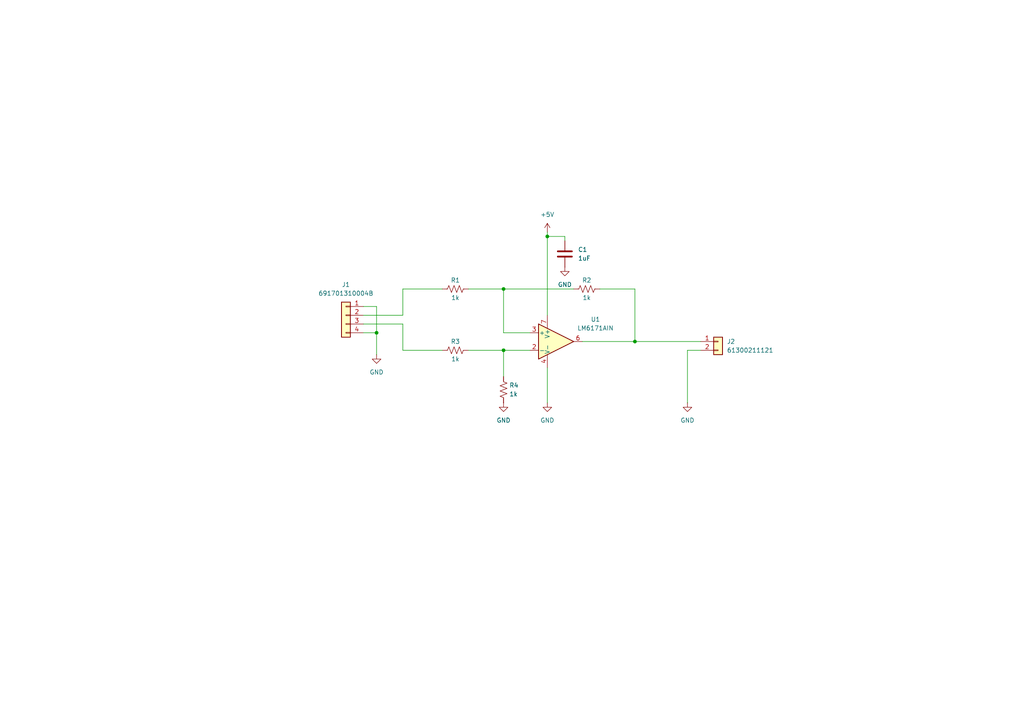
<source format=kicad_sch>
(kicad_sch
	(version 20250114)
	(generator "eeschema")
	(generator_version "9.0")
	(uuid "60d0e0b6-ab41-4698-99c5-34db14163860")
	(paper "A4")
	(title_block
		(title "This should be converted into KiCAD")
		(date "Thursday, June 26, 2025")
		(rev "0.1")
	)
	(lib_symbols
		(symbol "Amplifier_Operational:LM6171xxN"
			(pin_names
				(offset 0.127)
			)
			(exclude_from_sim no)
			(in_bom yes)
			(on_board yes)
			(property "Reference" "U"
				(at 0 6.35 0)
				(effects
					(font
						(size 1.27 1.27)
					)
					(justify left)
				)
			)
			(property "Value" "LM6171xxN"
				(at 0 3.81 0)
				(effects
					(font
						(size 1.27 1.27)
					)
					(justify left)
				)
			)
			(property "Footprint" "Package_DIP:DIP-8_W7.62mm"
				(at -2.54 -5.08 0)
				(effects
					(font
						(size 1.27 1.27)
					)
					(justify left)
					(hide yes)
				)
			)
			(property "Datasheet" "http://www.ti.com/lit/ds/symlink/lm6171.pdf"
				(at 3.81 3.81 0)
				(effects
					(font
						(size 1.27 1.27)
					)
					(hide yes)
				)
			)
			(property "Description" "Single High Speed Low Power Low Distortion Voltage Feedback Amplifier, DIP-8"
				(at 0 0 0)
				(effects
					(font
						(size 1.27 1.27)
					)
					(hide yes)
				)
			)
			(property "ki_keywords" "single opamp"
				(at 0 0 0)
				(effects
					(font
						(size 1.27 1.27)
					)
					(hide yes)
				)
			)
			(property "ki_fp_filters" "DIP*W7.62mm*"
				(at 0 0 0)
				(effects
					(font
						(size 1.27 1.27)
					)
					(hide yes)
				)
			)
			(symbol "LM6171xxN_0_1"
				(polyline
					(pts
						(xy -5.08 5.08) (xy 5.08 0) (xy -5.08 -5.08) (xy -5.08 5.08)
					)
					(stroke
						(width 0.254)
						(type default)
					)
					(fill
						(type background)
					)
				)
			)
			(symbol "LM6171xxN_1_1"
				(pin input line
					(at -7.62 2.54 0)
					(length 2.54)
					(name "+"
						(effects
							(font
								(size 1.27 1.27)
							)
						)
					)
					(number "3"
						(effects
							(font
								(size 1.27 1.27)
							)
						)
					)
				)
				(pin input line
					(at -7.62 -2.54 0)
					(length 2.54)
					(name "-"
						(effects
							(font
								(size 1.27 1.27)
							)
						)
					)
					(number "2"
						(effects
							(font
								(size 1.27 1.27)
							)
						)
					)
				)
				(pin no_connect line
					(at -5.08 -2.54 90)
					(length 2.54)
					(hide yes)
					(name "NC"
						(effects
							(font
								(size 1.27 1.27)
							)
						)
					)
					(number "1"
						(effects
							(font
								(size 1.27 1.27)
							)
						)
					)
				)
				(pin power_in line
					(at -2.54 7.62 270)
					(length 3.81)
					(name "V+"
						(effects
							(font
								(size 1.27 1.27)
							)
						)
					)
					(number "7"
						(effects
							(font
								(size 1.27 1.27)
							)
						)
					)
				)
				(pin no_connect line
					(at -2.54 -2.54 90)
					(length 2.54)
					(hide yes)
					(name "NC"
						(effects
							(font
								(size 1.27 1.27)
							)
						)
					)
					(number "5"
						(effects
							(font
								(size 1.27 1.27)
							)
						)
					)
				)
				(pin power_in line
					(at -2.54 -7.62 90)
					(length 3.81)
					(name "V-"
						(effects
							(font
								(size 1.27 1.27)
							)
						)
					)
					(number "4"
						(effects
							(font
								(size 1.27 1.27)
							)
						)
					)
				)
				(pin no_connect line
					(at 0 -2.54 90)
					(length 2.54)
					(hide yes)
					(name "NC"
						(effects
							(font
								(size 1.27 1.27)
							)
						)
					)
					(number "8"
						(effects
							(font
								(size 1.27 1.27)
							)
						)
					)
				)
				(pin output line
					(at 7.62 0 180)
					(length 2.54)
					(name "~"
						(effects
							(font
								(size 1.27 1.27)
							)
						)
					)
					(number "6"
						(effects
							(font
								(size 1.27 1.27)
							)
						)
					)
				)
			)
			(embedded_fonts no)
		)
		(symbol "Connector_Generic:Conn_01x02"
			(pin_names
				(offset 1.016)
				(hide yes)
			)
			(exclude_from_sim no)
			(in_bom yes)
			(on_board yes)
			(property "Reference" "J"
				(at 0 2.54 0)
				(effects
					(font
						(size 1.27 1.27)
					)
				)
			)
			(property "Value" "Conn_01x02"
				(at 0 -5.08 0)
				(effects
					(font
						(size 1.27 1.27)
					)
				)
			)
			(property "Footprint" ""
				(at 0 0 0)
				(effects
					(font
						(size 1.27 1.27)
					)
					(hide yes)
				)
			)
			(property "Datasheet" "~"
				(at 0 0 0)
				(effects
					(font
						(size 1.27 1.27)
					)
					(hide yes)
				)
			)
			(property "Description" "Generic connector, single row, 01x02, script generated (kicad-library-utils/schlib/autogen/connector/)"
				(at 0 0 0)
				(effects
					(font
						(size 1.27 1.27)
					)
					(hide yes)
				)
			)
			(property "ki_keywords" "connector"
				(at 0 0 0)
				(effects
					(font
						(size 1.27 1.27)
					)
					(hide yes)
				)
			)
			(property "ki_fp_filters" "Connector*:*_1x??_*"
				(at 0 0 0)
				(effects
					(font
						(size 1.27 1.27)
					)
					(hide yes)
				)
			)
			(symbol "Conn_01x02_1_1"
				(rectangle
					(start -1.27 1.27)
					(end 1.27 -3.81)
					(stroke
						(width 0.254)
						(type default)
					)
					(fill
						(type background)
					)
				)
				(rectangle
					(start -1.27 0.127)
					(end 0 -0.127)
					(stroke
						(width 0.1524)
						(type default)
					)
					(fill
						(type none)
					)
				)
				(rectangle
					(start -1.27 -2.413)
					(end 0 -2.667)
					(stroke
						(width 0.1524)
						(type default)
					)
					(fill
						(type none)
					)
				)
				(pin passive line
					(at -5.08 0 0)
					(length 3.81)
					(name "Pin_1"
						(effects
							(font
								(size 1.27 1.27)
							)
						)
					)
					(number "1"
						(effects
							(font
								(size 1.27 1.27)
							)
						)
					)
				)
				(pin passive line
					(at -5.08 -2.54 0)
					(length 3.81)
					(name "Pin_2"
						(effects
							(font
								(size 1.27 1.27)
							)
						)
					)
					(number "2"
						(effects
							(font
								(size 1.27 1.27)
							)
						)
					)
				)
			)
			(embedded_fonts no)
		)
		(symbol "Connector_Generic:Conn_01x04"
			(pin_names
				(offset 1.016)
				(hide yes)
			)
			(exclude_from_sim no)
			(in_bom yes)
			(on_board yes)
			(property "Reference" "J"
				(at 0 5.08 0)
				(effects
					(font
						(size 1.27 1.27)
					)
				)
			)
			(property "Value" "Conn_01x04"
				(at 0 -7.62 0)
				(effects
					(font
						(size 1.27 1.27)
					)
				)
			)
			(property "Footprint" ""
				(at 0 0 0)
				(effects
					(font
						(size 1.27 1.27)
					)
					(hide yes)
				)
			)
			(property "Datasheet" "~"
				(at 0 0 0)
				(effects
					(font
						(size 1.27 1.27)
					)
					(hide yes)
				)
			)
			(property "Description" "Generic connector, single row, 01x04, script generated (kicad-library-utils/schlib/autogen/connector/)"
				(at 0 0 0)
				(effects
					(font
						(size 1.27 1.27)
					)
					(hide yes)
				)
			)
			(property "ki_keywords" "connector"
				(at 0 0 0)
				(effects
					(font
						(size 1.27 1.27)
					)
					(hide yes)
				)
			)
			(property "ki_fp_filters" "Connector*:*_1x??_*"
				(at 0 0 0)
				(effects
					(font
						(size 1.27 1.27)
					)
					(hide yes)
				)
			)
			(symbol "Conn_01x04_1_1"
				(rectangle
					(start -1.27 3.81)
					(end 1.27 -6.35)
					(stroke
						(width 0.254)
						(type default)
					)
					(fill
						(type background)
					)
				)
				(rectangle
					(start -1.27 2.667)
					(end 0 2.413)
					(stroke
						(width 0.1524)
						(type default)
					)
					(fill
						(type none)
					)
				)
				(rectangle
					(start -1.27 0.127)
					(end 0 -0.127)
					(stroke
						(width 0.1524)
						(type default)
					)
					(fill
						(type none)
					)
				)
				(rectangle
					(start -1.27 -2.413)
					(end 0 -2.667)
					(stroke
						(width 0.1524)
						(type default)
					)
					(fill
						(type none)
					)
				)
				(rectangle
					(start -1.27 -4.953)
					(end 0 -5.207)
					(stroke
						(width 0.1524)
						(type default)
					)
					(fill
						(type none)
					)
				)
				(pin passive line
					(at -5.08 2.54 0)
					(length 3.81)
					(name "Pin_1"
						(effects
							(font
								(size 1.27 1.27)
							)
						)
					)
					(number "1"
						(effects
							(font
								(size 1.27 1.27)
							)
						)
					)
				)
				(pin passive line
					(at -5.08 0 0)
					(length 3.81)
					(name "Pin_2"
						(effects
							(font
								(size 1.27 1.27)
							)
						)
					)
					(number "2"
						(effects
							(font
								(size 1.27 1.27)
							)
						)
					)
				)
				(pin passive line
					(at -5.08 -2.54 0)
					(length 3.81)
					(name "Pin_3"
						(effects
							(font
								(size 1.27 1.27)
							)
						)
					)
					(number "3"
						(effects
							(font
								(size 1.27 1.27)
							)
						)
					)
				)
				(pin passive line
					(at -5.08 -5.08 0)
					(length 3.81)
					(name "Pin_4"
						(effects
							(font
								(size 1.27 1.27)
							)
						)
					)
					(number "4"
						(effects
							(font
								(size 1.27 1.27)
							)
						)
					)
				)
			)
			(embedded_fonts no)
		)
		(symbol "Device:C"
			(pin_numbers
				(hide yes)
			)
			(pin_names
				(offset 0.254)
			)
			(exclude_from_sim no)
			(in_bom yes)
			(on_board yes)
			(property "Reference" "C"
				(at 0.635 2.54 0)
				(effects
					(font
						(size 1.27 1.27)
					)
					(justify left)
				)
			)
			(property "Value" "C"
				(at 0.635 -2.54 0)
				(effects
					(font
						(size 1.27 1.27)
					)
					(justify left)
				)
			)
			(property "Footprint" ""
				(at 0.9652 -3.81 0)
				(effects
					(font
						(size 1.27 1.27)
					)
					(hide yes)
				)
			)
			(property "Datasheet" "~"
				(at 0 0 0)
				(effects
					(font
						(size 1.27 1.27)
					)
					(hide yes)
				)
			)
			(property "Description" "Unpolarized capacitor"
				(at 0 0 0)
				(effects
					(font
						(size 1.27 1.27)
					)
					(hide yes)
				)
			)
			(property "ki_keywords" "cap capacitor"
				(at 0 0 0)
				(effects
					(font
						(size 1.27 1.27)
					)
					(hide yes)
				)
			)
			(property "ki_fp_filters" "C_*"
				(at 0 0 0)
				(effects
					(font
						(size 1.27 1.27)
					)
					(hide yes)
				)
			)
			(symbol "C_0_1"
				(polyline
					(pts
						(xy -2.032 0.762) (xy 2.032 0.762)
					)
					(stroke
						(width 0.508)
						(type default)
					)
					(fill
						(type none)
					)
				)
				(polyline
					(pts
						(xy -2.032 -0.762) (xy 2.032 -0.762)
					)
					(stroke
						(width 0.508)
						(type default)
					)
					(fill
						(type none)
					)
				)
			)
			(symbol "C_1_1"
				(pin passive line
					(at 0 3.81 270)
					(length 2.794)
					(name "~"
						(effects
							(font
								(size 1.27 1.27)
							)
						)
					)
					(number "1"
						(effects
							(font
								(size 1.27 1.27)
							)
						)
					)
				)
				(pin passive line
					(at 0 -3.81 90)
					(length 2.794)
					(name "~"
						(effects
							(font
								(size 1.27 1.27)
							)
						)
					)
					(number "2"
						(effects
							(font
								(size 1.27 1.27)
							)
						)
					)
				)
			)
			(embedded_fonts no)
		)
		(symbol "Device:R_US"
			(pin_numbers
				(hide yes)
			)
			(pin_names
				(offset 0)
			)
			(exclude_from_sim no)
			(in_bom yes)
			(on_board yes)
			(property "Reference" "R"
				(at 2.54 0 90)
				(effects
					(font
						(size 1.27 1.27)
					)
				)
			)
			(property "Value" "R_US"
				(at -2.54 0 90)
				(effects
					(font
						(size 1.27 1.27)
					)
				)
			)
			(property "Footprint" ""
				(at 1.016 -0.254 90)
				(effects
					(font
						(size 1.27 1.27)
					)
					(hide yes)
				)
			)
			(property "Datasheet" "~"
				(at 0 0 0)
				(effects
					(font
						(size 1.27 1.27)
					)
					(hide yes)
				)
			)
			(property "Description" "Resistor, US symbol"
				(at 0 0 0)
				(effects
					(font
						(size 1.27 1.27)
					)
					(hide yes)
				)
			)
			(property "ki_keywords" "R res resistor"
				(at 0 0 0)
				(effects
					(font
						(size 1.27 1.27)
					)
					(hide yes)
				)
			)
			(property "ki_fp_filters" "R_*"
				(at 0 0 0)
				(effects
					(font
						(size 1.27 1.27)
					)
					(hide yes)
				)
			)
			(symbol "R_US_0_1"
				(polyline
					(pts
						(xy 0 2.286) (xy 0 2.54)
					)
					(stroke
						(width 0)
						(type default)
					)
					(fill
						(type none)
					)
				)
				(polyline
					(pts
						(xy 0 2.286) (xy 1.016 1.905) (xy 0 1.524) (xy -1.016 1.143) (xy 0 0.762)
					)
					(stroke
						(width 0)
						(type default)
					)
					(fill
						(type none)
					)
				)
				(polyline
					(pts
						(xy 0 0.762) (xy 1.016 0.381) (xy 0 0) (xy -1.016 -0.381) (xy 0 -0.762)
					)
					(stroke
						(width 0)
						(type default)
					)
					(fill
						(type none)
					)
				)
				(polyline
					(pts
						(xy 0 -0.762) (xy 1.016 -1.143) (xy 0 -1.524) (xy -1.016 -1.905) (xy 0 -2.286)
					)
					(stroke
						(width 0)
						(type default)
					)
					(fill
						(type none)
					)
				)
				(polyline
					(pts
						(xy 0 -2.286) (xy 0 -2.54)
					)
					(stroke
						(width 0)
						(type default)
					)
					(fill
						(type none)
					)
				)
			)
			(symbol "R_US_1_1"
				(pin passive line
					(at 0 3.81 270)
					(length 1.27)
					(name "~"
						(effects
							(font
								(size 1.27 1.27)
							)
						)
					)
					(number "1"
						(effects
							(font
								(size 1.27 1.27)
							)
						)
					)
				)
				(pin passive line
					(at 0 -3.81 90)
					(length 1.27)
					(name "~"
						(effects
							(font
								(size 1.27 1.27)
							)
						)
					)
					(number "2"
						(effects
							(font
								(size 1.27 1.27)
							)
						)
					)
				)
			)
			(embedded_fonts no)
		)
		(symbol "power:+5V"
			(power)
			(pin_numbers
				(hide yes)
			)
			(pin_names
				(offset 0)
				(hide yes)
			)
			(exclude_from_sim no)
			(in_bom yes)
			(on_board yes)
			(property "Reference" "#PWR"
				(at 0 -3.81 0)
				(effects
					(font
						(size 1.27 1.27)
					)
					(hide yes)
				)
			)
			(property "Value" "+5V"
				(at 0 3.556 0)
				(effects
					(font
						(size 1.27 1.27)
					)
				)
			)
			(property "Footprint" ""
				(at 0 0 0)
				(effects
					(font
						(size 1.27 1.27)
					)
					(hide yes)
				)
			)
			(property "Datasheet" ""
				(at 0 0 0)
				(effects
					(font
						(size 1.27 1.27)
					)
					(hide yes)
				)
			)
			(property "Description" "Power symbol creates a global label with name \"+5V\""
				(at 0 0 0)
				(effects
					(font
						(size 1.27 1.27)
					)
					(hide yes)
				)
			)
			(property "ki_keywords" "global power"
				(at 0 0 0)
				(effects
					(font
						(size 1.27 1.27)
					)
					(hide yes)
				)
			)
			(symbol "+5V_0_1"
				(polyline
					(pts
						(xy -0.762 1.27) (xy 0 2.54)
					)
					(stroke
						(width 0)
						(type default)
					)
					(fill
						(type none)
					)
				)
				(polyline
					(pts
						(xy 0 2.54) (xy 0.762 1.27)
					)
					(stroke
						(width 0)
						(type default)
					)
					(fill
						(type none)
					)
				)
				(polyline
					(pts
						(xy 0 0) (xy 0 2.54)
					)
					(stroke
						(width 0)
						(type default)
					)
					(fill
						(type none)
					)
				)
			)
			(symbol "+5V_1_1"
				(pin power_in line
					(at 0 0 90)
					(length 0)
					(name "~"
						(effects
							(font
								(size 1.27 1.27)
							)
						)
					)
					(number "1"
						(effects
							(font
								(size 1.27 1.27)
							)
						)
					)
				)
			)
			(embedded_fonts no)
		)
		(symbol "power:GND"
			(power)
			(pin_numbers
				(hide yes)
			)
			(pin_names
				(offset 0)
				(hide yes)
			)
			(exclude_from_sim no)
			(in_bom yes)
			(on_board yes)
			(property "Reference" "#PWR"
				(at 0 -6.35 0)
				(effects
					(font
						(size 1.27 1.27)
					)
					(hide yes)
				)
			)
			(property "Value" "GND"
				(at 0 -3.81 0)
				(effects
					(font
						(size 1.27 1.27)
					)
				)
			)
			(property "Footprint" ""
				(at 0 0 0)
				(effects
					(font
						(size 1.27 1.27)
					)
					(hide yes)
				)
			)
			(property "Datasheet" ""
				(at 0 0 0)
				(effects
					(font
						(size 1.27 1.27)
					)
					(hide yes)
				)
			)
			(property "Description" "Power symbol creates a global label with name \"GND\" , ground"
				(at 0 0 0)
				(effects
					(font
						(size 1.27 1.27)
					)
					(hide yes)
				)
			)
			(property "ki_keywords" "global power"
				(at 0 0 0)
				(effects
					(font
						(size 1.27 1.27)
					)
					(hide yes)
				)
			)
			(symbol "GND_0_1"
				(polyline
					(pts
						(xy 0 0) (xy 0 -1.27) (xy 1.27 -1.27) (xy 0 -2.54) (xy -1.27 -1.27) (xy 0 -1.27)
					)
					(stroke
						(width 0)
						(type default)
					)
					(fill
						(type none)
					)
				)
			)
			(symbol "GND_1_1"
				(pin power_in line
					(at 0 0 270)
					(length 0)
					(name "~"
						(effects
							(font
								(size 1.27 1.27)
							)
						)
					)
					(number "1"
						(effects
							(font
								(size 1.27 1.27)
							)
						)
					)
				)
			)
			(embedded_fonts no)
		)
	)
	(junction
		(at 146.05 83.82)
		(diameter 0)
		(color 0 0 0 0)
		(uuid "01c5cdad-e16e-4ade-b8af-5a16f8889559")
	)
	(junction
		(at 146.05 101.6)
		(diameter 0)
		(color 0 0 0 0)
		(uuid "1ed306fc-1c11-4a36-a14a-8fc6232b757e")
	)
	(junction
		(at 109.22 96.52)
		(diameter 0)
		(color 0 0 0 0)
		(uuid "2ff17d62-8fb5-4d3e-917d-875db07586d1")
	)
	(junction
		(at 184.15 99.06)
		(diameter 0)
		(color 0 0 0 0)
		(uuid "813b8969-8ba4-4bc0-ac6a-6654c99d7a37")
	)
	(junction
		(at 158.75 68.58)
		(diameter 0)
		(color 0 0 0 0)
		(uuid "82ad331e-002b-4b49-bc39-cccd83d117a3")
	)
	(bus_entry
		(at -41.91 95.25)
		(size 2.54 2.54)
		(stroke
			(width 0)
			(type default)
		)
		(uuid "4ebd034c-4452-4b1f-bb52-f0f242587faa")
	)
	(wire
		(pts
			(xy 128.27 83.82) (xy 116.84 83.82)
		)
		(stroke
			(width 0)
			(type default)
		)
		(uuid "0635bd2b-cde3-4a0e-9ff4-b18d46036c5d")
	)
	(wire
		(pts
			(xy 184.15 99.06) (xy 168.91 99.06)
		)
		(stroke
			(width 0)
			(type default)
		)
		(uuid "0861631b-48c2-431b-b3a2-8f6a8cff7b68")
	)
	(wire
		(pts
			(xy 109.22 102.87) (xy 109.22 96.52)
		)
		(stroke
			(width 0)
			(type default)
		)
		(uuid "1423f295-3c0e-43fb-be85-f4f5d49321f2")
	)
	(wire
		(pts
			(xy 109.22 96.52) (xy 109.22 88.9)
		)
		(stroke
			(width 0)
			(type default)
		)
		(uuid "149dcacd-516e-4c79-8533-0bfc7c46e26f")
	)
	(wire
		(pts
			(xy 146.05 83.82) (xy 166.37 83.82)
		)
		(stroke
			(width 0)
			(type default)
		)
		(uuid "1a4c4a40-6e7d-42a2-9f17-fff5358e1074")
	)
	(wire
		(pts
			(xy 146.05 109.22) (xy 146.05 101.6)
		)
		(stroke
			(width 0)
			(type default)
		)
		(uuid "1b968de1-a14d-47ab-8dbe-e91cf5bc60b0")
	)
	(wire
		(pts
			(xy 135.89 83.82) (xy 146.05 83.82)
		)
		(stroke
			(width 0)
			(type default)
		)
		(uuid "32275468-add0-4692-b66f-8cfe464f6b66")
	)
	(wire
		(pts
			(xy 116.84 101.6) (xy 116.84 93.98)
		)
		(stroke
			(width 0)
			(type default)
		)
		(uuid "514e7ef2-3714-4bff-a047-ed317e312ab4")
	)
	(wire
		(pts
			(xy 105.41 96.52) (xy 109.22 96.52)
		)
		(stroke
			(width 0)
			(type default)
		)
		(uuid "57351278-2d9a-4acc-9db8-7aad1f0c500d")
	)
	(wire
		(pts
			(xy 105.41 88.9) (xy 109.22 88.9)
		)
		(stroke
			(width 0)
			(type default)
		)
		(uuid "67b9f007-13a5-49db-a514-d407ec825da1")
	)
	(wire
		(pts
			(xy 173.99 83.82) (xy 184.15 83.82)
		)
		(stroke
			(width 0)
			(type default)
		)
		(uuid "6884f9b4-9330-478a-8a67-cd7c9c4ef0ef")
	)
	(wire
		(pts
			(xy 146.05 101.6) (xy 153.67 101.6)
		)
		(stroke
			(width 0)
			(type default)
		)
		(uuid "68cddd72-5563-4033-a3f4-d2ede9a3b0f4")
	)
	(wire
		(pts
			(xy 158.75 67.31) (xy 158.75 68.58)
		)
		(stroke
			(width 0)
			(type default)
		)
		(uuid "7b60e92b-057c-4d19-b0a6-4a9cff93aa06")
	)
	(wire
		(pts
			(xy 146.05 96.52) (xy 146.05 83.82)
		)
		(stroke
			(width 0)
			(type default)
		)
		(uuid "7c682b4e-9671-473b-8d24-618b9abef291")
	)
	(wire
		(pts
			(xy 128.27 101.6) (xy 116.84 101.6)
		)
		(stroke
			(width 0)
			(type default)
		)
		(uuid "85efb7a0-f5bf-4e7a-922f-5c56e821024b")
	)
	(wire
		(pts
			(xy 184.15 83.82) (xy 184.15 99.06)
		)
		(stroke
			(width 0)
			(type default)
		)
		(uuid "8aa327b4-b9b0-4010-979a-a497cf20e4ab")
	)
	(wire
		(pts
			(xy 105.41 91.44) (xy 116.84 91.44)
		)
		(stroke
			(width 0)
			(type default)
		)
		(uuid "8bc82319-31ce-4e11-b15f-7e5a94e7411d")
	)
	(wire
		(pts
			(xy 158.75 68.58) (xy 158.75 91.44)
		)
		(stroke
			(width 0)
			(type default)
		)
		(uuid "8f67947c-51ae-4587-8e3e-2bfa134c8903")
	)
	(wire
		(pts
			(xy 153.67 96.52) (xy 146.05 96.52)
		)
		(stroke
			(width 0)
			(type default)
		)
		(uuid "91f62740-f0d3-4643-9a14-cf4d7a24716d")
	)
	(wire
		(pts
			(xy 158.75 68.58) (xy 163.83 68.58)
		)
		(stroke
			(width 0)
			(type default)
		)
		(uuid "95d2e874-6f35-4e08-bf6d-be3000cc9e4c")
	)
	(wire
		(pts
			(xy 105.41 93.98) (xy 116.84 93.98)
		)
		(stroke
			(width 0)
			(type default)
		)
		(uuid "a3cef55e-39c7-45df-aa2b-601598e74971")
	)
	(wire
		(pts
			(xy 184.15 99.06) (xy 203.2 99.06)
		)
		(stroke
			(width 0)
			(type default)
		)
		(uuid "b75e939e-987f-4fbc-aeed-b2d48a2d740a")
	)
	(wire
		(pts
			(xy 116.84 83.82) (xy 116.84 91.44)
		)
		(stroke
			(width 0)
			(type default)
		)
		(uuid "c6f18c9c-be5b-4e25-885a-744c95ab3d16")
	)
	(wire
		(pts
			(xy 135.89 101.6) (xy 146.05 101.6)
		)
		(stroke
			(width 0)
			(type default)
		)
		(uuid "c814f27e-5096-44e1-9351-cf13d977916c")
	)
	(wire
		(pts
			(xy 163.83 69.85) (xy 163.83 68.58)
		)
		(stroke
			(width 0)
			(type default)
		)
		(uuid "e1495bcb-8431-4b17-9207-3e737729c3d4")
	)
	(wire
		(pts
			(xy 199.39 101.6) (xy 199.39 116.84)
		)
		(stroke
			(width 0)
			(type default)
		)
		(uuid "e369750d-b98b-4a8e-9eae-76fffa268889")
	)
	(wire
		(pts
			(xy 203.2 101.6) (xy 199.39 101.6)
		)
		(stroke
			(width 0)
			(type default)
		)
		(uuid "e3b804a6-9f31-4f16-8211-014eaaf79a95")
	)
	(wire
		(pts
			(xy 158.75 106.68) (xy 158.75 116.84)
		)
		(stroke
			(width 0)
			(type default)
		)
		(uuid "eab13f04-e5de-4194-b627-e34a0e3d4f25")
	)
	(symbol
		(lib_id "power:GND")
		(at 163.83 77.47 0)
		(unit 1)
		(exclude_from_sim no)
		(in_bom yes)
		(on_board yes)
		(dnp no)
		(fields_autoplaced yes)
		(uuid "088a3289-83a5-48a8-9d00-92f42f2f2b1b")
		(property "Reference" "#PWR05"
			(at 163.83 83.82 0)
			(effects
				(font
					(size 1.27 1.27)
				)
				(hide yes)
			)
		)
		(property "Value" "GND"
			(at 163.83 82.55 0)
			(effects
				(font
					(size 1.27 1.27)
				)
			)
		)
		(property "Footprint" ""
			(at 163.83 77.47 0)
			(effects
				(font
					(size 1.27 1.27)
				)
				(hide yes)
			)
		)
		(property "Datasheet" ""
			(at 163.83 77.47 0)
			(effects
				(font
					(size 1.27 1.27)
				)
				(hide yes)
			)
		)
		(property "Description" "Power symbol creates a global label with name \"GND\" , ground"
			(at 163.83 77.47 0)
			(effects
				(font
					(size 1.27 1.27)
				)
				(hide yes)
			)
		)
		(pin "1"
			(uuid "38b3ab08-a02a-4330-9c5f-8fabf34057d4")
		)
		(instances
			(project "kicad example"
				(path "/60d0e0b6-ab41-4698-99c5-34db14163860"
					(reference "#PWR05")
					(unit 1)
				)
			)
		)
	)
	(symbol
		(lib_id "Device:R_US")
		(at 146.05 113.03 180)
		(unit 1)
		(exclude_from_sim no)
		(in_bom yes)
		(on_board yes)
		(dnp no)
		(fields_autoplaced yes)
		(uuid "0b126f35-b599-4448-a3da-269d18bde2b8")
		(property "Reference" "R4"
			(at 147.7145 111.7599 0)
			(effects
				(font
					(size 1.27 1.27)
				)
				(justify right)
			)
		)
		(property "Value" "1k"
			(at 147.7145 114.2999 0)
			(effects
				(font
					(size 1.27 1.27)
				)
				(justify right)
			)
		)
		(property "Footprint" ""
			(at 145.034 112.776 90)
			(effects
				(font
					(size 1.27 1.27)
				)
				(hide yes)
			)
		)
		(property "Datasheet" "~"
			(at 146.05 113.03 0)
			(effects
				(font
					(size 1.27 1.27)
				)
				(hide yes)
			)
		)
		(property "Description" "Resistor, US symbol"
			(at 146.05 113.03 0)
			(effects
				(font
					(size 1.27 1.27)
				)
				(hide yes)
			)
		)
		(pin "2"
			(uuid "537c6f61-a484-4452-844e-5fdcc099ad24")
		)
		(pin "1"
			(uuid "e5eb8783-6918-4cb9-8d95-3e1d6db75a50")
		)
		(instances
			(project "kicad example"
				(path "/60d0e0b6-ab41-4698-99c5-34db14163860"
					(reference "R4")
					(unit 1)
				)
			)
		)
	)
	(symbol
		(lib_id "Device:R_US")
		(at 132.08 83.82 90)
		(unit 1)
		(exclude_from_sim no)
		(in_bom yes)
		(on_board yes)
		(dnp no)
		(uuid "100b60bb-15c0-4145-b8ce-f55c2269821e")
		(property "Reference" "R1"
			(at 132.08 81.28 90)
			(effects
				(font
					(size 1.27 1.27)
				)
			)
		)
		(property "Value" "1k"
			(at 132.08 86.36 90)
			(effects
				(font
					(size 1.27 1.27)
				)
			)
		)
		(property "Footprint" ""
			(at 132.334 82.804 90)
			(effects
				(font
					(size 1.27 1.27)
				)
				(hide yes)
			)
		)
		(property "Datasheet" "~"
			(at 132.08 83.82 0)
			(effects
				(font
					(size 1.27 1.27)
				)
				(hide yes)
			)
		)
		(property "Description" "Resistor, US symbol"
			(at 132.08 83.82 0)
			(effects
				(font
					(size 1.27 1.27)
				)
				(hide yes)
			)
		)
		(pin "2"
			(uuid "bcc2f047-18be-4a73-92d3-b4c14f25b142")
		)
		(pin "1"
			(uuid "0f108356-4a2c-4cbb-b71b-6f1d1ca04147")
		)
		(instances
			(project ""
				(path "/60d0e0b6-ab41-4698-99c5-34db14163860"
					(reference "R1")
					(unit 1)
				)
			)
		)
	)
	(symbol
		(lib_id "power:GND")
		(at 199.39 116.84 0)
		(unit 1)
		(exclude_from_sim no)
		(in_bom yes)
		(on_board yes)
		(dnp no)
		(fields_autoplaced yes)
		(uuid "402f29cc-36c2-48bc-8d30-809dc387331a")
		(property "Reference" "#PWR03"
			(at 199.39 123.19 0)
			(effects
				(font
					(size 1.27 1.27)
				)
				(hide yes)
			)
		)
		(property "Value" "GND"
			(at 199.39 121.92 0)
			(effects
				(font
					(size 1.27 1.27)
				)
			)
		)
		(property "Footprint" ""
			(at 199.39 116.84 0)
			(effects
				(font
					(size 1.27 1.27)
				)
				(hide yes)
			)
		)
		(property "Datasheet" ""
			(at 199.39 116.84 0)
			(effects
				(font
					(size 1.27 1.27)
				)
				(hide yes)
			)
		)
		(property "Description" "Power symbol creates a global label with name \"GND\" , ground"
			(at 199.39 116.84 0)
			(effects
				(font
					(size 1.27 1.27)
				)
				(hide yes)
			)
		)
		(pin "1"
			(uuid "be212907-2d04-4702-950c-9e7f0bbc3b1f")
		)
		(instances
			(project "kicad example"
				(path "/60d0e0b6-ab41-4698-99c5-34db14163860"
					(reference "#PWR03")
					(unit 1)
				)
			)
		)
	)
	(symbol
		(lib_id "power:GND")
		(at 146.05 116.84 0)
		(unit 1)
		(exclude_from_sim no)
		(in_bom yes)
		(on_board yes)
		(dnp no)
		(fields_autoplaced yes)
		(uuid "5567511d-2c8f-44a3-a9b4-30b152eec4ad")
		(property "Reference" "#PWR01"
			(at 146.05 123.19 0)
			(effects
				(font
					(size 1.27 1.27)
				)
				(hide yes)
			)
		)
		(property "Value" "GND"
			(at 146.05 121.92 0)
			(effects
				(font
					(size 1.27 1.27)
				)
			)
		)
		(property "Footprint" ""
			(at 146.05 116.84 0)
			(effects
				(font
					(size 1.27 1.27)
				)
				(hide yes)
			)
		)
		(property "Datasheet" ""
			(at 146.05 116.84 0)
			(effects
				(font
					(size 1.27 1.27)
				)
				(hide yes)
			)
		)
		(property "Description" "Power symbol creates a global label with name \"GND\" , ground"
			(at 146.05 116.84 0)
			(effects
				(font
					(size 1.27 1.27)
				)
				(hide yes)
			)
		)
		(pin "1"
			(uuid "2cc40c96-ba5c-4908-b7ce-51986d50ea93")
		)
		(instances
			(project ""
				(path "/60d0e0b6-ab41-4698-99c5-34db14163860"
					(reference "#PWR01")
					(unit 1)
				)
			)
		)
	)
	(symbol
		(lib_id "Connector_Generic:Conn_01x04")
		(at 100.33 91.44 0)
		(mirror y)
		(unit 1)
		(exclude_from_sim no)
		(in_bom yes)
		(on_board yes)
		(dnp no)
		(fields_autoplaced yes)
		(uuid "60f5324e-011c-4e65-8f98-f1a7c9e83386")
		(property "Reference" "J1"
			(at 100.33 82.55 0)
			(effects
				(font
					(size 1.27 1.27)
				)
			)
		)
		(property "Value" "691701310004B"
			(at 100.33 85.09 0)
			(effects
				(font
					(size 1.27 1.27)
				)
			)
		)
		(property "Footprint" ""
			(at 100.33 91.44 0)
			(effects
				(font
					(size 1.27 1.27)
				)
				(hide yes)
			)
		)
		(property "Datasheet" "~"
			(at 100.33 91.44 0)
			(effects
				(font
					(size 1.27 1.27)
				)
				(hide yes)
			)
		)
		(property "Description" "Generic connector, single row, 01x04, script generated (kicad-library-utils/schlib/autogen/connector/)"
			(at 100.33 91.44 0)
			(effects
				(font
					(size 1.27 1.27)
				)
				(hide yes)
			)
		)
		(pin "4"
			(uuid "bdf5ee4d-00a9-4d86-a26f-142950e5c784")
		)
		(pin "3"
			(uuid "4892ae51-e149-4c56-96af-b9901e48b3e5")
		)
		(pin "2"
			(uuid "cc872f37-d55a-4efc-bd4b-b8bdd85355e0")
		)
		(pin "1"
			(uuid "fbffbcaa-e26b-488c-bfbd-9a7f6657d818")
		)
		(instances
			(project ""
				(path "/60d0e0b6-ab41-4698-99c5-34db14163860"
					(reference "J1")
					(unit 1)
				)
			)
		)
	)
	(symbol
		(lib_id "power:GND")
		(at 109.22 102.87 0)
		(unit 1)
		(exclude_from_sim no)
		(in_bom yes)
		(on_board yes)
		(dnp no)
		(fields_autoplaced yes)
		(uuid "6e69f2c8-5ebb-4fcf-b2a1-2c0aa8171a15")
		(property "Reference" "#PWR06"
			(at 109.22 109.22 0)
			(effects
				(font
					(size 1.27 1.27)
				)
				(hide yes)
			)
		)
		(property "Value" "GND"
			(at 109.22 107.95 0)
			(effects
				(font
					(size 1.27 1.27)
				)
			)
		)
		(property "Footprint" ""
			(at 109.22 102.87 0)
			(effects
				(font
					(size 1.27 1.27)
				)
				(hide yes)
			)
		)
		(property "Datasheet" ""
			(at 109.22 102.87 0)
			(effects
				(font
					(size 1.27 1.27)
				)
				(hide yes)
			)
		)
		(property "Description" "Power symbol creates a global label with name \"GND\" , ground"
			(at 109.22 102.87 0)
			(effects
				(font
					(size 1.27 1.27)
				)
				(hide yes)
			)
		)
		(pin "1"
			(uuid "a6784067-1418-49f4-8ecc-e2044beca551")
		)
		(instances
			(project "kicad example"
				(path "/60d0e0b6-ab41-4698-99c5-34db14163860"
					(reference "#PWR06")
					(unit 1)
				)
			)
		)
	)
	(symbol
		(lib_id "Connector_Generic:Conn_01x02")
		(at 208.28 99.06 0)
		(unit 1)
		(exclude_from_sim no)
		(in_bom yes)
		(on_board yes)
		(dnp no)
		(fields_autoplaced yes)
		(uuid "931595a6-e616-47d1-b083-767b58a9abc8")
		(property "Reference" "J2"
			(at 210.82 99.0599 0)
			(effects
				(font
					(size 1.27 1.27)
				)
				(justify left)
			)
		)
		(property "Value" "61300211121"
			(at 210.82 101.5999 0)
			(effects
				(font
					(size 1.27 1.27)
				)
				(justify left)
			)
		)
		(property "Footprint" ""
			(at 208.28 99.06 0)
			(effects
				(font
					(size 1.27 1.27)
				)
				(hide yes)
			)
		)
		(property "Datasheet" "~"
			(at 208.28 99.06 0)
			(effects
				(font
					(size 1.27 1.27)
				)
				(hide yes)
			)
		)
		(property "Description" "Generic connector, single row, 01x02, script generated (kicad-library-utils/schlib/autogen/connector/)"
			(at 208.28 99.06 0)
			(effects
				(font
					(size 1.27 1.27)
				)
				(hide yes)
			)
		)
		(pin "2"
			(uuid "c3a3ea81-94a5-483c-b402-14e4d7a112a2")
		)
		(pin "1"
			(uuid "71398120-512f-4d52-b946-b5167e54e1b1")
		)
		(instances
			(project ""
				(path "/60d0e0b6-ab41-4698-99c5-34db14163860"
					(reference "J2")
					(unit 1)
				)
			)
		)
	)
	(symbol
		(lib_id "power:GND")
		(at 158.75 116.84 0)
		(unit 1)
		(exclude_from_sim no)
		(in_bom yes)
		(on_board yes)
		(dnp no)
		(fields_autoplaced yes)
		(uuid "9c2833db-32e6-486e-bf5d-63c6a59e6a3c")
		(property "Reference" "#PWR02"
			(at 158.75 123.19 0)
			(effects
				(font
					(size 1.27 1.27)
				)
				(hide yes)
			)
		)
		(property "Value" "GND"
			(at 158.75 121.92 0)
			(effects
				(font
					(size 1.27 1.27)
				)
			)
		)
		(property "Footprint" ""
			(at 158.75 116.84 0)
			(effects
				(font
					(size 1.27 1.27)
				)
				(hide yes)
			)
		)
		(property "Datasheet" ""
			(at 158.75 116.84 0)
			(effects
				(font
					(size 1.27 1.27)
				)
				(hide yes)
			)
		)
		(property "Description" "Power symbol creates a global label with name \"GND\" , ground"
			(at 158.75 116.84 0)
			(effects
				(font
					(size 1.27 1.27)
				)
				(hide yes)
			)
		)
		(pin "1"
			(uuid "9f53e044-f53b-4880-badc-f55c64f10482")
		)
		(instances
			(project "kicad example"
				(path "/60d0e0b6-ab41-4698-99c5-34db14163860"
					(reference "#PWR02")
					(unit 1)
				)
			)
		)
	)
	(symbol
		(lib_id "Device:R_US")
		(at 132.08 101.6 90)
		(unit 1)
		(exclude_from_sim no)
		(in_bom yes)
		(on_board yes)
		(dnp no)
		(uuid "c4c9532d-20b0-40cc-b50c-01d259547d76")
		(property "Reference" "R3"
			(at 132.08 99.06 90)
			(effects
				(font
					(size 1.27 1.27)
				)
			)
		)
		(property "Value" "1k"
			(at 132.08 104.14 90)
			(effects
				(font
					(size 1.27 1.27)
				)
			)
		)
		(property "Footprint" ""
			(at 132.334 100.584 90)
			(effects
				(font
					(size 1.27 1.27)
				)
				(hide yes)
			)
		)
		(property "Datasheet" "~"
			(at 132.08 101.6 0)
			(effects
				(font
					(size 1.27 1.27)
				)
				(hide yes)
			)
		)
		(property "Description" "Resistor, US symbol"
			(at 132.08 101.6 0)
			(effects
				(font
					(size 1.27 1.27)
				)
				(hide yes)
			)
		)
		(pin "2"
			(uuid "61ce8cb2-d779-4f79-b8a3-4de9755d27a3")
		)
		(pin "1"
			(uuid "cb9ff8c3-0204-42cb-8576-d002805a9188")
		)
		(instances
			(project "kicad example"
				(path "/60d0e0b6-ab41-4698-99c5-34db14163860"
					(reference "R3")
					(unit 1)
				)
			)
		)
	)
	(symbol
		(lib_id "Device:C")
		(at 163.83 73.66 0)
		(unit 1)
		(exclude_from_sim no)
		(in_bom yes)
		(on_board yes)
		(dnp no)
		(fields_autoplaced yes)
		(uuid "d26bc5ae-1a61-436a-bc58-1a19c43aac38")
		(property "Reference" "C1"
			(at 167.64 72.3899 0)
			(effects
				(font
					(size 1.27 1.27)
				)
				(justify left)
			)
		)
		(property "Value" "1uF"
			(at 167.64 74.9299 0)
			(effects
				(font
					(size 1.27 1.27)
				)
				(justify left)
			)
		)
		(property "Footprint" ""
			(at 164.7952 77.47 0)
			(effects
				(font
					(size 1.27 1.27)
				)
				(hide yes)
			)
		)
		(property "Datasheet" "~"
			(at 163.83 73.66 0)
			(effects
				(font
					(size 1.27 1.27)
				)
				(hide yes)
			)
		)
		(property "Description" "Unpolarized capacitor"
			(at 163.83 73.66 0)
			(effects
				(font
					(size 1.27 1.27)
				)
				(hide yes)
			)
		)
		(pin "1"
			(uuid "ffc78b56-1f65-4457-b044-5b9d5f750e12")
		)
		(pin "2"
			(uuid "ca0bdcc7-bd7a-43fb-98e9-14b85ad6566b")
		)
		(instances
			(project ""
				(path "/60d0e0b6-ab41-4698-99c5-34db14163860"
					(reference "C1")
					(unit 1)
				)
			)
		)
	)
	(symbol
		(lib_id "power:+5V")
		(at 158.75 67.31 0)
		(unit 1)
		(exclude_from_sim no)
		(in_bom yes)
		(on_board yes)
		(dnp no)
		(fields_autoplaced yes)
		(uuid "e3c88053-ceb3-465d-9797-2e2477f00ccd")
		(property "Reference" "#PWR04"
			(at 158.75 71.12 0)
			(effects
				(font
					(size 1.27 1.27)
				)
				(hide yes)
			)
		)
		(property "Value" "+5V"
			(at 158.75 62.23 0)
			(effects
				(font
					(size 1.27 1.27)
				)
			)
		)
		(property "Footprint" ""
			(at 158.75 67.31 0)
			(effects
				(font
					(size 1.27 1.27)
				)
				(hide yes)
			)
		)
		(property "Datasheet" ""
			(at 158.75 67.31 0)
			(effects
				(font
					(size 1.27 1.27)
				)
				(hide yes)
			)
		)
		(property "Description" "Power symbol creates a global label with name \"+5V\""
			(at 158.75 67.31 0)
			(effects
				(font
					(size 1.27 1.27)
				)
				(hide yes)
			)
		)
		(pin "1"
			(uuid "360b494a-85d1-4be2-a13a-97a164d910ea")
		)
		(instances
			(project ""
				(path "/60d0e0b6-ab41-4698-99c5-34db14163860"
					(reference "#PWR04")
					(unit 1)
				)
			)
		)
	)
	(symbol
		(lib_id "Amplifier_Operational:LM6171xxN")
		(at 161.29 99.06 0)
		(unit 1)
		(exclude_from_sim no)
		(in_bom yes)
		(on_board yes)
		(dnp no)
		(fields_autoplaced yes)
		(uuid "fb43bc5c-2235-41a0-890f-3bddf418402b")
		(property "Reference" "U1"
			(at 172.72 92.6398 0)
			(effects
				(font
					(size 1.27 1.27)
				)
			)
		)
		(property "Value" "LM6171AIN"
			(at 172.72 95.1798 0)
			(effects
				(font
					(size 1.27 1.27)
				)
			)
		)
		(property "Footprint" "Package_DIP:DIP-8_W7.62mm"
			(at 158.75 104.14 0)
			(effects
				(font
					(size 1.27 1.27)
				)
				(justify left)
				(hide yes)
			)
		)
		(property "Datasheet" "http://www.ti.com/lit/ds/symlink/lm6171.pdf"
			(at 165.1 95.25 0)
			(effects
				(font
					(size 1.27 1.27)
				)
				(hide yes)
			)
		)
		(property "Description" "Single High Speed Low Power Low Distortion Voltage Feedback Amplifier, DIP-8"
			(at 161.29 99.06 0)
			(effects
				(font
					(size 1.27 1.27)
				)
				(hide yes)
			)
		)
		(pin "1"
			(uuid "43e2d1a8-243f-4ca2-a2c5-4971e691629c")
		)
		(pin "2"
			(uuid "2350c3ae-ff4e-4193-a6a7-cef879ef9de9")
		)
		(pin "3"
			(uuid "a68cba53-28d9-4a90-90e3-f5ef4d3d07e0")
		)
		(pin "5"
			(uuid "c23fefbb-b28d-4be6-bb10-15efee8bb82a")
		)
		(pin "6"
			(uuid "bacc4b99-6952-4960-924d-b04b41eae95e")
		)
		(pin "4"
			(uuid "4c9f174a-273f-4a04-9eb7-6d7c91ddbbef")
		)
		(pin "7"
			(uuid "bb26f2cf-5857-4ac5-bc00-095146fa1d0e")
		)
		(pin "8"
			(uuid "36991ff9-fda0-480f-bd3d-738daba73c4f")
		)
		(instances
			(project ""
				(path "/60d0e0b6-ab41-4698-99c5-34db14163860"
					(reference "U1")
					(unit 1)
				)
			)
		)
	)
	(symbol
		(lib_id "Device:R_US")
		(at 170.18 83.82 90)
		(unit 1)
		(exclude_from_sim no)
		(in_bom yes)
		(on_board yes)
		(dnp no)
		(uuid "fb99b6da-1c14-41ff-8301-be20355d4a9f")
		(property "Reference" "R2"
			(at 170.18 81.28 90)
			(effects
				(font
					(size 1.27 1.27)
				)
			)
		)
		(property "Value" "1k"
			(at 170.18 86.36 90)
			(effects
				(font
					(size 1.27 1.27)
				)
			)
		)
		(property "Footprint" ""
			(at 170.434 82.804 90)
			(effects
				(font
					(size 1.27 1.27)
				)
				(hide yes)
			)
		)
		(property "Datasheet" "~"
			(at 170.18 83.82 0)
			(effects
				(font
					(size 1.27 1.27)
				)
				(hide yes)
			)
		)
		(property "Description" "Resistor, US symbol"
			(at 170.18 83.82 0)
			(effects
				(font
					(size 1.27 1.27)
				)
				(hide yes)
			)
		)
		(pin "2"
			(uuid "66727a45-dd4a-4bbc-8563-580157fbf65f")
		)
		(pin "1"
			(uuid "bf1e38b9-094d-40ed-bc4f-0e7df1dae0d7")
		)
		(instances
			(project "kicad example"
				(path "/60d0e0b6-ab41-4698-99c5-34db14163860"
					(reference "R2")
					(unit 1)
				)
			)
		)
	)
	(sheet_instances
		(path "/"
			(page "1")
		)
	)
	(embedded_fonts no)
)

</source>
